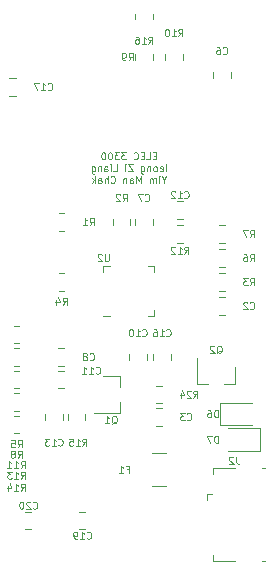
<source format=gbr>
%TF.GenerationSoftware,KiCad,Pcbnew,5.1.9-73d0e3b20d~88~ubuntu20.04.1*%
%TF.CreationDate,2021-03-24T22:28:27+08:00*%
%TF.ProjectId,elec-remote,656c6563-2d72-4656-9d6f-74652e6b6963,rev?*%
%TF.SameCoordinates,Original*%
%TF.FileFunction,Legend,Bot*%
%TF.FilePolarity,Positive*%
%FSLAX46Y46*%
G04 Gerber Fmt 4.6, Leading zero omitted, Abs format (unit mm)*
G04 Created by KiCad (PCBNEW 5.1.9-73d0e3b20d~88~ubuntu20.04.1) date 2021-03-24 22:28:27*
%MOMM*%
%LPD*%
G01*
G04 APERTURE LIST*
%ADD10C,0.100000*%
%ADD11C,0.120000*%
G04 APERTURE END LIST*
D10*
X44224285Y-41375142D02*
X44024285Y-41375142D01*
X43938571Y-41689428D02*
X44224285Y-41689428D01*
X44224285Y-41089428D01*
X43938571Y-41089428D01*
X43395714Y-41689428D02*
X43681428Y-41689428D01*
X43681428Y-41089428D01*
X43195714Y-41375142D02*
X42995714Y-41375142D01*
X42910000Y-41689428D02*
X43195714Y-41689428D01*
X43195714Y-41089428D01*
X42910000Y-41089428D01*
X42310000Y-41632285D02*
X42338571Y-41660857D01*
X42424285Y-41689428D01*
X42481428Y-41689428D01*
X42567142Y-41660857D01*
X42624285Y-41603714D01*
X42652857Y-41546571D01*
X42681428Y-41432285D01*
X42681428Y-41346571D01*
X42652857Y-41232285D01*
X42624285Y-41175142D01*
X42567142Y-41118000D01*
X42481428Y-41089428D01*
X42424285Y-41089428D01*
X42338571Y-41118000D01*
X42310000Y-41146571D01*
X41652857Y-41089428D02*
X41281428Y-41089428D01*
X41481428Y-41318000D01*
X41395714Y-41318000D01*
X41338571Y-41346571D01*
X41310000Y-41375142D01*
X41281428Y-41432285D01*
X41281428Y-41575142D01*
X41310000Y-41632285D01*
X41338571Y-41660857D01*
X41395714Y-41689428D01*
X41567142Y-41689428D01*
X41624285Y-41660857D01*
X41652857Y-41632285D01*
X41081428Y-41089428D02*
X40710000Y-41089428D01*
X40910000Y-41318000D01*
X40824285Y-41318000D01*
X40767142Y-41346571D01*
X40738571Y-41375142D01*
X40710000Y-41432285D01*
X40710000Y-41575142D01*
X40738571Y-41632285D01*
X40767142Y-41660857D01*
X40824285Y-41689428D01*
X40995714Y-41689428D01*
X41052857Y-41660857D01*
X41081428Y-41632285D01*
X40338571Y-41089428D02*
X40281428Y-41089428D01*
X40224285Y-41118000D01*
X40195714Y-41146571D01*
X40167142Y-41203714D01*
X40138571Y-41318000D01*
X40138571Y-41460857D01*
X40167142Y-41575142D01*
X40195714Y-41632285D01*
X40224285Y-41660857D01*
X40281428Y-41689428D01*
X40338571Y-41689428D01*
X40395714Y-41660857D01*
X40424285Y-41632285D01*
X40452857Y-41575142D01*
X40481428Y-41460857D01*
X40481428Y-41318000D01*
X40452857Y-41203714D01*
X40424285Y-41146571D01*
X40395714Y-41118000D01*
X40338571Y-41089428D01*
X39767142Y-41089428D02*
X39710000Y-41089428D01*
X39652857Y-41118000D01*
X39624285Y-41146571D01*
X39595714Y-41203714D01*
X39567142Y-41318000D01*
X39567142Y-41460857D01*
X39595714Y-41575142D01*
X39624285Y-41632285D01*
X39652857Y-41660857D01*
X39710000Y-41689428D01*
X39767142Y-41689428D01*
X39824285Y-41660857D01*
X39852857Y-41632285D01*
X39881428Y-41575142D01*
X39910000Y-41460857D01*
X39910000Y-41318000D01*
X39881428Y-41203714D01*
X39852857Y-41146571D01*
X39824285Y-41118000D01*
X39767142Y-41089428D01*
X45067142Y-42689428D02*
X45067142Y-42089428D01*
X44552857Y-42660857D02*
X44610000Y-42689428D01*
X44724285Y-42689428D01*
X44781428Y-42660857D01*
X44810000Y-42603714D01*
X44810000Y-42375142D01*
X44781428Y-42318000D01*
X44724285Y-42289428D01*
X44610000Y-42289428D01*
X44552857Y-42318000D01*
X44524285Y-42375142D01*
X44524285Y-42432285D01*
X44810000Y-42489428D01*
X44181428Y-42689428D02*
X44238571Y-42660857D01*
X44267142Y-42632285D01*
X44295714Y-42575142D01*
X44295714Y-42403714D01*
X44267142Y-42346571D01*
X44238571Y-42318000D01*
X44181428Y-42289428D01*
X44095714Y-42289428D01*
X44038571Y-42318000D01*
X44010000Y-42346571D01*
X43981428Y-42403714D01*
X43981428Y-42575142D01*
X44010000Y-42632285D01*
X44038571Y-42660857D01*
X44095714Y-42689428D01*
X44181428Y-42689428D01*
X43724285Y-42289428D02*
X43724285Y-42689428D01*
X43724285Y-42346571D02*
X43695714Y-42318000D01*
X43638571Y-42289428D01*
X43552857Y-42289428D01*
X43495714Y-42318000D01*
X43467142Y-42375142D01*
X43467142Y-42689428D01*
X42924285Y-42289428D02*
X42924285Y-42775142D01*
X42952857Y-42832285D01*
X42981428Y-42860857D01*
X43038571Y-42889428D01*
X43124285Y-42889428D01*
X43181428Y-42860857D01*
X42924285Y-42660857D02*
X42981428Y-42689428D01*
X43095714Y-42689428D01*
X43152857Y-42660857D01*
X43181428Y-42632285D01*
X43210000Y-42575142D01*
X43210000Y-42403714D01*
X43181428Y-42346571D01*
X43152857Y-42318000D01*
X43095714Y-42289428D01*
X42981428Y-42289428D01*
X42924285Y-42318000D01*
X42238571Y-42089428D02*
X41838571Y-42089428D01*
X42238571Y-42689428D01*
X41838571Y-42689428D01*
X41610000Y-42689428D02*
X41610000Y-42289428D01*
X41610000Y-42089428D02*
X41638571Y-42118000D01*
X41610000Y-42146571D01*
X41581428Y-42118000D01*
X41610000Y-42089428D01*
X41610000Y-42146571D01*
X40581428Y-42689428D02*
X40867142Y-42689428D01*
X40867142Y-42089428D01*
X40381428Y-42689428D02*
X40381428Y-42289428D01*
X40381428Y-42089428D02*
X40410000Y-42118000D01*
X40381428Y-42146571D01*
X40352857Y-42118000D01*
X40381428Y-42089428D01*
X40381428Y-42146571D01*
X39838571Y-42689428D02*
X39838571Y-42375142D01*
X39867142Y-42318000D01*
X39924285Y-42289428D01*
X40038571Y-42289428D01*
X40095714Y-42318000D01*
X39838571Y-42660857D02*
X39895714Y-42689428D01*
X40038571Y-42689428D01*
X40095714Y-42660857D01*
X40124285Y-42603714D01*
X40124285Y-42546571D01*
X40095714Y-42489428D01*
X40038571Y-42460857D01*
X39895714Y-42460857D01*
X39838571Y-42432285D01*
X39552857Y-42289428D02*
X39552857Y-42689428D01*
X39552857Y-42346571D02*
X39524285Y-42318000D01*
X39467142Y-42289428D01*
X39381428Y-42289428D01*
X39324285Y-42318000D01*
X39295714Y-42375142D01*
X39295714Y-42689428D01*
X38752857Y-42289428D02*
X38752857Y-42775142D01*
X38781428Y-42832285D01*
X38810000Y-42860857D01*
X38867142Y-42889428D01*
X38952857Y-42889428D01*
X39010000Y-42860857D01*
X38752857Y-42660857D02*
X38810000Y-42689428D01*
X38924285Y-42689428D01*
X38981428Y-42660857D01*
X39010000Y-42632285D01*
X39038571Y-42575142D01*
X39038571Y-42403714D01*
X39010000Y-42346571D01*
X38981428Y-42318000D01*
X38924285Y-42289428D01*
X38810000Y-42289428D01*
X38752857Y-42318000D01*
X44881428Y-43403714D02*
X44881428Y-43689428D01*
X45081428Y-43089428D02*
X44881428Y-43403714D01*
X44681428Y-43089428D01*
X44481428Y-43689428D02*
X44481428Y-43289428D01*
X44481428Y-43089428D02*
X44510000Y-43118000D01*
X44481428Y-43146571D01*
X44452857Y-43118000D01*
X44481428Y-43089428D01*
X44481428Y-43146571D01*
X44195714Y-43689428D02*
X44195714Y-43289428D01*
X44195714Y-43346571D02*
X44167142Y-43318000D01*
X44110000Y-43289428D01*
X44024285Y-43289428D01*
X43967142Y-43318000D01*
X43938571Y-43375142D01*
X43938571Y-43689428D01*
X43938571Y-43375142D02*
X43910000Y-43318000D01*
X43852857Y-43289428D01*
X43767142Y-43289428D01*
X43710000Y-43318000D01*
X43681428Y-43375142D01*
X43681428Y-43689428D01*
X42938571Y-43689428D02*
X42938571Y-43089428D01*
X42738571Y-43518000D01*
X42538571Y-43089428D01*
X42538571Y-43689428D01*
X41995714Y-43689428D02*
X41995714Y-43375142D01*
X42024285Y-43318000D01*
X42081428Y-43289428D01*
X42195714Y-43289428D01*
X42252857Y-43318000D01*
X41995714Y-43660857D02*
X42052857Y-43689428D01*
X42195714Y-43689428D01*
X42252857Y-43660857D01*
X42281428Y-43603714D01*
X42281428Y-43546571D01*
X42252857Y-43489428D01*
X42195714Y-43460857D01*
X42052857Y-43460857D01*
X41995714Y-43432285D01*
X41710000Y-43289428D02*
X41710000Y-43689428D01*
X41710000Y-43346571D02*
X41681428Y-43318000D01*
X41624285Y-43289428D01*
X41538571Y-43289428D01*
X41481428Y-43318000D01*
X41452857Y-43375142D01*
X41452857Y-43689428D01*
X40367142Y-43632285D02*
X40395714Y-43660857D01*
X40481428Y-43689428D01*
X40538571Y-43689428D01*
X40624285Y-43660857D01*
X40681428Y-43603714D01*
X40710000Y-43546571D01*
X40738571Y-43432285D01*
X40738571Y-43346571D01*
X40710000Y-43232285D01*
X40681428Y-43175142D01*
X40624285Y-43118000D01*
X40538571Y-43089428D01*
X40481428Y-43089428D01*
X40395714Y-43118000D01*
X40367142Y-43146571D01*
X40110000Y-43689428D02*
X40110000Y-43089428D01*
X39852857Y-43689428D02*
X39852857Y-43375142D01*
X39881428Y-43318000D01*
X39938571Y-43289428D01*
X40024285Y-43289428D01*
X40081428Y-43318000D01*
X40110000Y-43346571D01*
X39310000Y-43689428D02*
X39310000Y-43375142D01*
X39338571Y-43318000D01*
X39395714Y-43289428D01*
X39510000Y-43289428D01*
X39567142Y-43318000D01*
X39310000Y-43660857D02*
X39367142Y-43689428D01*
X39510000Y-43689428D01*
X39567142Y-43660857D01*
X39595714Y-43603714D01*
X39595714Y-43546571D01*
X39567142Y-43489428D01*
X39510000Y-43460857D01*
X39367142Y-43460857D01*
X39310000Y-43432285D01*
X39024285Y-43689428D02*
X39024285Y-43089428D01*
X38967142Y-43460857D02*
X38795714Y-43689428D01*
X38795714Y-43289428D02*
X39024285Y-43518000D01*
D11*
%TO.C,R16*%
X43915000Y-29818064D02*
X43915000Y-29363936D01*
X42445000Y-29818064D02*
X42445000Y-29363936D01*
%TO.C,C17*%
X32326252Y-34825000D02*
X31803748Y-34825000D01*
X32326252Y-36295000D02*
X31803748Y-36295000D01*
%TO.C,C20*%
X33662252Y-71528000D02*
X33139748Y-71528000D01*
X33662252Y-72998000D02*
X33139748Y-72998000D01*
%TO.C,Q2*%
X50856000Y-60704000D02*
X49926000Y-60704000D01*
X47696000Y-60704000D02*
X48626000Y-60704000D01*
X47696000Y-60704000D02*
X47696000Y-58544000D01*
X50856000Y-60704000D02*
X50856000Y-59244000D01*
%TO.C,Q1*%
X41146000Y-60015000D02*
X41146000Y-60945000D01*
X41146000Y-63175000D02*
X41146000Y-62245000D01*
X41146000Y-63175000D02*
X38986000Y-63175000D01*
X41146000Y-60015000D02*
X39686000Y-60015000D01*
%TO.C,U2*%
X44060000Y-54982000D02*
X44060000Y-54457000D01*
X39760000Y-50682000D02*
X39760000Y-51207000D01*
X44060000Y-50682000D02*
X44060000Y-51207000D01*
X39760000Y-54982000D02*
X40285000Y-54982000D01*
X39760000Y-50682000D02*
X40285000Y-50682000D01*
X44060000Y-50682000D02*
X43535000Y-50682000D01*
X44060000Y-54982000D02*
X43535000Y-54982000D01*
%TO.C,R24*%
X44677064Y-60860000D02*
X44222936Y-60860000D01*
X44677064Y-62330000D02*
X44222936Y-62330000D01*
%TO.C,R15*%
X36730000Y-63272936D02*
X36730000Y-63727064D01*
X38200000Y-63272936D02*
X38200000Y-63727064D01*
%TO.C,R14*%
X32612064Y-63400000D02*
X32157936Y-63400000D01*
X32612064Y-64870000D02*
X32157936Y-64870000D01*
%TO.C,R13*%
X32612064Y-61495000D02*
X32157936Y-61495000D01*
X32612064Y-62965000D02*
X32157936Y-62965000D01*
%TO.C,R12*%
X46000936Y-48741000D02*
X46455064Y-48741000D01*
X46000936Y-47271000D02*
X46455064Y-47271000D01*
%TO.C,R11*%
X32157936Y-61060000D02*
X32612064Y-61060000D01*
X32157936Y-59590000D02*
X32612064Y-59590000D01*
%TO.C,R10*%
X46455000Y-33247064D02*
X46455000Y-32792936D01*
X44985000Y-33247064D02*
X44985000Y-32792936D01*
%TO.C,R9*%
X43915000Y-33247064D02*
X43915000Y-32792936D01*
X42445000Y-33247064D02*
X42445000Y-32792936D01*
%TO.C,R8*%
X32157936Y-59155000D02*
X32612064Y-59155000D01*
X32157936Y-57685000D02*
X32612064Y-57685000D01*
%TO.C,R7*%
X50011064Y-47271000D02*
X49556936Y-47271000D01*
X50011064Y-48741000D02*
X49556936Y-48741000D01*
%TO.C,R6*%
X50011064Y-49303000D02*
X49556936Y-49303000D01*
X50011064Y-50773000D02*
X49556936Y-50773000D01*
%TO.C,R5*%
X32157936Y-57250000D02*
X32612064Y-57250000D01*
X32157936Y-55780000D02*
X32612064Y-55780000D01*
%TO.C,R4*%
X35967936Y-52805000D02*
X36422064Y-52805000D01*
X35967936Y-51335000D02*
X36422064Y-51335000D01*
%TO.C,R3*%
X50011064Y-51335000D02*
X49556936Y-51335000D01*
X50011064Y-52805000D02*
X49556936Y-52805000D01*
%TO.C,R2*%
X42010000Y-47217064D02*
X42010000Y-46762936D01*
X40540000Y-47217064D02*
X40540000Y-46762936D01*
%TO.C,R1*%
X35967936Y-47725000D02*
X36422064Y-47725000D01*
X35967936Y-46255000D02*
X36422064Y-46255000D01*
%TO.C,J2*%
X49037500Y-67855000D02*
X49037500Y-68305000D01*
X50887500Y-67855000D02*
X49037500Y-67855000D01*
X53437500Y-75655000D02*
X53187500Y-75655000D01*
X53437500Y-67855000D02*
X53187500Y-67855000D01*
X50887500Y-75655000D02*
X49037500Y-75655000D01*
X49037500Y-75655000D02*
X49037500Y-75205000D01*
X48487500Y-70055000D02*
X48487500Y-70505000D01*
X48487500Y-70055000D02*
X48937500Y-70055000D01*
%TO.C,F1*%
X43847936Y-69305000D02*
X45052064Y-69305000D01*
X43847936Y-66585000D02*
X45052064Y-66585000D01*
%TO.C,D7*%
X50308000Y-64445000D02*
X52993000Y-64445000D01*
X52993000Y-64445000D02*
X52993000Y-66365000D01*
X52993000Y-66365000D02*
X50308000Y-66365000D01*
%TO.C,D6*%
X52308000Y-64206000D02*
X49623000Y-64206000D01*
X49623000Y-64206000D02*
X49623000Y-62286000D01*
X49623000Y-62286000D02*
X52308000Y-62286000D01*
%TO.C,C19*%
X37711748Y-72998000D02*
X38234252Y-72998000D01*
X37711748Y-71528000D02*
X38234252Y-71528000D01*
%TO.C,C16*%
X45439000Y-58681252D02*
X45439000Y-58158748D01*
X43969000Y-58681252D02*
X43969000Y-58158748D01*
%TO.C,C13*%
X36295000Y-63761252D02*
X36295000Y-63238748D01*
X34825000Y-63761252D02*
X34825000Y-63238748D01*
%TO.C,C12*%
X46489252Y-45239000D02*
X45966748Y-45239000D01*
X46489252Y-46709000D02*
X45966748Y-46709000D01*
%TO.C,C11*%
X35933748Y-61060000D02*
X36456252Y-61060000D01*
X35933748Y-59590000D02*
X36456252Y-59590000D01*
%TO.C,C10*%
X43407000Y-58681252D02*
X43407000Y-58158748D01*
X41937000Y-58681252D02*
X41937000Y-58158748D01*
%TO.C,C8*%
X36456252Y-57685000D02*
X35933748Y-57685000D01*
X36456252Y-59155000D02*
X35933748Y-59155000D01*
%TO.C,C7*%
X42445000Y-46728748D02*
X42445000Y-47251252D01*
X43915000Y-46728748D02*
X43915000Y-47251252D01*
%TO.C,C6*%
X49049000Y-34282748D02*
X49049000Y-34805252D01*
X50519000Y-34282748D02*
X50519000Y-34805252D01*
%TO.C,C3*%
X44711252Y-62765000D02*
X44188748Y-62765000D01*
X44711252Y-64235000D02*
X44188748Y-64235000D01*
%TO.C,C2*%
X49522748Y-54837000D02*
X50045252Y-54837000D01*
X49522748Y-53367000D02*
X50045252Y-53367000D01*
%TO.C,R16*%
D10*
X43565714Y-31894428D02*
X43765714Y-31608714D01*
X43908571Y-31894428D02*
X43908571Y-31294428D01*
X43680000Y-31294428D01*
X43622857Y-31323000D01*
X43594285Y-31351571D01*
X43565714Y-31408714D01*
X43565714Y-31494428D01*
X43594285Y-31551571D01*
X43622857Y-31580142D01*
X43680000Y-31608714D01*
X43908571Y-31608714D01*
X42994285Y-31894428D02*
X43337142Y-31894428D01*
X43165714Y-31894428D02*
X43165714Y-31294428D01*
X43222857Y-31380142D01*
X43280000Y-31437285D01*
X43337142Y-31465857D01*
X42480000Y-31294428D02*
X42594285Y-31294428D01*
X42651428Y-31323000D01*
X42680000Y-31351571D01*
X42737142Y-31437285D01*
X42765714Y-31551571D01*
X42765714Y-31780142D01*
X42737142Y-31837285D01*
X42708571Y-31865857D01*
X42651428Y-31894428D01*
X42537142Y-31894428D01*
X42480000Y-31865857D01*
X42451428Y-31837285D01*
X42422857Y-31780142D01*
X42422857Y-31637285D01*
X42451428Y-31580142D01*
X42480000Y-31551571D01*
X42537142Y-31523000D01*
X42651428Y-31523000D01*
X42708571Y-31551571D01*
X42737142Y-31580142D01*
X42765714Y-31637285D01*
%TO.C,C17*%
X35056714Y-35774285D02*
X35085285Y-35802857D01*
X35171000Y-35831428D01*
X35228142Y-35831428D01*
X35313857Y-35802857D01*
X35371000Y-35745714D01*
X35399571Y-35688571D01*
X35428142Y-35574285D01*
X35428142Y-35488571D01*
X35399571Y-35374285D01*
X35371000Y-35317142D01*
X35313857Y-35260000D01*
X35228142Y-35231428D01*
X35171000Y-35231428D01*
X35085285Y-35260000D01*
X35056714Y-35288571D01*
X34485285Y-35831428D02*
X34828142Y-35831428D01*
X34656714Y-35831428D02*
X34656714Y-35231428D01*
X34713857Y-35317142D01*
X34771000Y-35374285D01*
X34828142Y-35402857D01*
X34285285Y-35231428D02*
X33885285Y-35231428D01*
X34142428Y-35831428D01*
%TO.C,C20*%
X33786714Y-71207285D02*
X33815285Y-71235857D01*
X33901000Y-71264428D01*
X33958142Y-71264428D01*
X34043857Y-71235857D01*
X34101000Y-71178714D01*
X34129571Y-71121571D01*
X34158142Y-71007285D01*
X34158142Y-70921571D01*
X34129571Y-70807285D01*
X34101000Y-70750142D01*
X34043857Y-70693000D01*
X33958142Y-70664428D01*
X33901000Y-70664428D01*
X33815285Y-70693000D01*
X33786714Y-70721571D01*
X33558142Y-70721571D02*
X33529571Y-70693000D01*
X33472428Y-70664428D01*
X33329571Y-70664428D01*
X33272428Y-70693000D01*
X33243857Y-70721571D01*
X33215285Y-70778714D01*
X33215285Y-70835857D01*
X33243857Y-70921571D01*
X33586714Y-71264428D01*
X33215285Y-71264428D01*
X32843857Y-70664428D02*
X32786714Y-70664428D01*
X32729571Y-70693000D01*
X32701000Y-70721571D01*
X32672428Y-70778714D01*
X32643857Y-70893000D01*
X32643857Y-71035857D01*
X32672428Y-71150142D01*
X32701000Y-71207285D01*
X32729571Y-71235857D01*
X32786714Y-71264428D01*
X32843857Y-71264428D01*
X32901000Y-71235857D01*
X32929571Y-71207285D01*
X32958142Y-71150142D01*
X32986714Y-71035857D01*
X32986714Y-70893000D01*
X32958142Y-70778714D01*
X32929571Y-70721571D01*
X32901000Y-70693000D01*
X32843857Y-70664428D01*
%TO.C,Q2*%
X49333142Y-58113571D02*
X49390285Y-58085000D01*
X49447428Y-58027857D01*
X49533142Y-57942142D01*
X49590285Y-57913571D01*
X49647428Y-57913571D01*
X49618857Y-58056428D02*
X49676000Y-58027857D01*
X49733142Y-57970714D01*
X49761714Y-57856428D01*
X49761714Y-57656428D01*
X49733142Y-57542142D01*
X49676000Y-57485000D01*
X49618857Y-57456428D01*
X49504571Y-57456428D01*
X49447428Y-57485000D01*
X49390285Y-57542142D01*
X49361714Y-57656428D01*
X49361714Y-57856428D01*
X49390285Y-57970714D01*
X49447428Y-58027857D01*
X49504571Y-58056428D01*
X49618857Y-58056428D01*
X49133142Y-57513571D02*
X49104571Y-57485000D01*
X49047428Y-57456428D01*
X48904571Y-57456428D01*
X48847428Y-57485000D01*
X48818857Y-57513571D01*
X48790285Y-57570714D01*
X48790285Y-57627857D01*
X48818857Y-57713571D01*
X49161714Y-58056428D01*
X48790285Y-58056428D01*
%TO.C,Q1*%
X40443142Y-64082571D02*
X40500285Y-64054000D01*
X40557428Y-63996857D01*
X40643142Y-63911142D01*
X40700285Y-63882571D01*
X40757428Y-63882571D01*
X40728857Y-64025428D02*
X40786000Y-63996857D01*
X40843142Y-63939714D01*
X40871714Y-63825428D01*
X40871714Y-63625428D01*
X40843142Y-63511142D01*
X40786000Y-63454000D01*
X40728857Y-63425428D01*
X40614571Y-63425428D01*
X40557428Y-63454000D01*
X40500285Y-63511142D01*
X40471714Y-63625428D01*
X40471714Y-63825428D01*
X40500285Y-63939714D01*
X40557428Y-63996857D01*
X40614571Y-64025428D01*
X40728857Y-64025428D01*
X39900285Y-64025428D02*
X40243142Y-64025428D01*
X40071714Y-64025428D02*
X40071714Y-63425428D01*
X40128857Y-63511142D01*
X40186000Y-63568285D01*
X40243142Y-63596857D01*
%TO.C,U2*%
X40208142Y-49709428D02*
X40208142Y-50195142D01*
X40179571Y-50252285D01*
X40151000Y-50280857D01*
X40093857Y-50309428D01*
X39979571Y-50309428D01*
X39922428Y-50280857D01*
X39893857Y-50252285D01*
X39865285Y-50195142D01*
X39865285Y-49709428D01*
X39608142Y-49766571D02*
X39579571Y-49738000D01*
X39522428Y-49709428D01*
X39379571Y-49709428D01*
X39322428Y-49738000D01*
X39293857Y-49766571D01*
X39265285Y-49823714D01*
X39265285Y-49880857D01*
X39293857Y-49966571D01*
X39636714Y-50309428D01*
X39265285Y-50309428D01*
%TO.C,R24*%
X47375714Y-61866428D02*
X47575714Y-61580714D01*
X47718571Y-61866428D02*
X47718571Y-61266428D01*
X47490000Y-61266428D01*
X47432857Y-61295000D01*
X47404285Y-61323571D01*
X47375714Y-61380714D01*
X47375714Y-61466428D01*
X47404285Y-61523571D01*
X47432857Y-61552142D01*
X47490000Y-61580714D01*
X47718571Y-61580714D01*
X47147142Y-61323571D02*
X47118571Y-61295000D01*
X47061428Y-61266428D01*
X46918571Y-61266428D01*
X46861428Y-61295000D01*
X46832857Y-61323571D01*
X46804285Y-61380714D01*
X46804285Y-61437857D01*
X46832857Y-61523571D01*
X47175714Y-61866428D01*
X46804285Y-61866428D01*
X46290000Y-61466428D02*
X46290000Y-61866428D01*
X46432857Y-61237857D02*
X46575714Y-61666428D01*
X46204285Y-61666428D01*
%TO.C,R15*%
X37977714Y-65930428D02*
X38177714Y-65644714D01*
X38320571Y-65930428D02*
X38320571Y-65330428D01*
X38092000Y-65330428D01*
X38034857Y-65359000D01*
X38006285Y-65387571D01*
X37977714Y-65444714D01*
X37977714Y-65530428D01*
X38006285Y-65587571D01*
X38034857Y-65616142D01*
X38092000Y-65644714D01*
X38320571Y-65644714D01*
X37406285Y-65930428D02*
X37749142Y-65930428D01*
X37577714Y-65930428D02*
X37577714Y-65330428D01*
X37634857Y-65416142D01*
X37692000Y-65473285D01*
X37749142Y-65501857D01*
X36863428Y-65330428D02*
X37149142Y-65330428D01*
X37177714Y-65616142D01*
X37149142Y-65587571D01*
X37092000Y-65559000D01*
X36949142Y-65559000D01*
X36892000Y-65587571D01*
X36863428Y-65616142D01*
X36834857Y-65673285D01*
X36834857Y-65816142D01*
X36863428Y-65873285D01*
X36892000Y-65901857D01*
X36949142Y-65930428D01*
X37092000Y-65930428D01*
X37149142Y-65901857D01*
X37177714Y-65873285D01*
%TO.C,R14*%
X32770714Y-69740428D02*
X32970714Y-69454714D01*
X33113571Y-69740428D02*
X33113571Y-69140428D01*
X32885000Y-69140428D01*
X32827857Y-69169000D01*
X32799285Y-69197571D01*
X32770714Y-69254714D01*
X32770714Y-69340428D01*
X32799285Y-69397571D01*
X32827857Y-69426142D01*
X32885000Y-69454714D01*
X33113571Y-69454714D01*
X32199285Y-69740428D02*
X32542142Y-69740428D01*
X32370714Y-69740428D02*
X32370714Y-69140428D01*
X32427857Y-69226142D01*
X32485000Y-69283285D01*
X32542142Y-69311857D01*
X31685000Y-69340428D02*
X31685000Y-69740428D01*
X31827857Y-69111857D02*
X31970714Y-69540428D01*
X31599285Y-69540428D01*
%TO.C,R13*%
X32770714Y-68724428D02*
X32970714Y-68438714D01*
X33113571Y-68724428D02*
X33113571Y-68124428D01*
X32885000Y-68124428D01*
X32827857Y-68153000D01*
X32799285Y-68181571D01*
X32770714Y-68238714D01*
X32770714Y-68324428D01*
X32799285Y-68381571D01*
X32827857Y-68410142D01*
X32885000Y-68438714D01*
X33113571Y-68438714D01*
X32199285Y-68724428D02*
X32542142Y-68724428D01*
X32370714Y-68724428D02*
X32370714Y-68124428D01*
X32427857Y-68210142D01*
X32485000Y-68267285D01*
X32542142Y-68295857D01*
X31999285Y-68124428D02*
X31627857Y-68124428D01*
X31827857Y-68353000D01*
X31742142Y-68353000D01*
X31685000Y-68381571D01*
X31656428Y-68410142D01*
X31627857Y-68467285D01*
X31627857Y-68610142D01*
X31656428Y-68667285D01*
X31685000Y-68695857D01*
X31742142Y-68724428D01*
X31913571Y-68724428D01*
X31970714Y-68695857D01*
X31999285Y-68667285D01*
%TO.C,R12*%
X46613714Y-49674428D02*
X46813714Y-49388714D01*
X46956571Y-49674428D02*
X46956571Y-49074428D01*
X46728000Y-49074428D01*
X46670857Y-49103000D01*
X46642285Y-49131571D01*
X46613714Y-49188714D01*
X46613714Y-49274428D01*
X46642285Y-49331571D01*
X46670857Y-49360142D01*
X46728000Y-49388714D01*
X46956571Y-49388714D01*
X46042285Y-49674428D02*
X46385142Y-49674428D01*
X46213714Y-49674428D02*
X46213714Y-49074428D01*
X46270857Y-49160142D01*
X46328000Y-49217285D01*
X46385142Y-49245857D01*
X45813714Y-49131571D02*
X45785142Y-49103000D01*
X45728000Y-49074428D01*
X45585142Y-49074428D01*
X45528000Y-49103000D01*
X45499428Y-49131571D01*
X45470857Y-49188714D01*
X45470857Y-49245857D01*
X45499428Y-49331571D01*
X45842285Y-49674428D01*
X45470857Y-49674428D01*
%TO.C,R11*%
X32770714Y-67835428D02*
X32970714Y-67549714D01*
X33113571Y-67835428D02*
X33113571Y-67235428D01*
X32885000Y-67235428D01*
X32827857Y-67264000D01*
X32799285Y-67292571D01*
X32770714Y-67349714D01*
X32770714Y-67435428D01*
X32799285Y-67492571D01*
X32827857Y-67521142D01*
X32885000Y-67549714D01*
X33113571Y-67549714D01*
X32199285Y-67835428D02*
X32542142Y-67835428D01*
X32370714Y-67835428D02*
X32370714Y-67235428D01*
X32427857Y-67321142D01*
X32485000Y-67378285D01*
X32542142Y-67406857D01*
X31627857Y-67835428D02*
X31970714Y-67835428D01*
X31799285Y-67835428D02*
X31799285Y-67235428D01*
X31856428Y-67321142D01*
X31913571Y-67378285D01*
X31970714Y-67406857D01*
%TO.C,R10*%
X46105714Y-31259428D02*
X46305714Y-30973714D01*
X46448571Y-31259428D02*
X46448571Y-30659428D01*
X46220000Y-30659428D01*
X46162857Y-30688000D01*
X46134285Y-30716571D01*
X46105714Y-30773714D01*
X46105714Y-30859428D01*
X46134285Y-30916571D01*
X46162857Y-30945142D01*
X46220000Y-30973714D01*
X46448571Y-30973714D01*
X45534285Y-31259428D02*
X45877142Y-31259428D01*
X45705714Y-31259428D02*
X45705714Y-30659428D01*
X45762857Y-30745142D01*
X45820000Y-30802285D01*
X45877142Y-30830857D01*
X45162857Y-30659428D02*
X45105714Y-30659428D01*
X45048571Y-30688000D01*
X45020000Y-30716571D01*
X44991428Y-30773714D01*
X44962857Y-30888000D01*
X44962857Y-31030857D01*
X44991428Y-31145142D01*
X45020000Y-31202285D01*
X45048571Y-31230857D01*
X45105714Y-31259428D01*
X45162857Y-31259428D01*
X45220000Y-31230857D01*
X45248571Y-31202285D01*
X45277142Y-31145142D01*
X45305714Y-31030857D01*
X45305714Y-30888000D01*
X45277142Y-30773714D01*
X45248571Y-30716571D01*
X45220000Y-30688000D01*
X45162857Y-30659428D01*
%TO.C,R9*%
X41883000Y-33291428D02*
X42083000Y-33005714D01*
X42225857Y-33291428D02*
X42225857Y-32691428D01*
X41997285Y-32691428D01*
X41940142Y-32720000D01*
X41911571Y-32748571D01*
X41883000Y-32805714D01*
X41883000Y-32891428D01*
X41911571Y-32948571D01*
X41940142Y-32977142D01*
X41997285Y-33005714D01*
X42225857Y-33005714D01*
X41597285Y-33291428D02*
X41483000Y-33291428D01*
X41425857Y-33262857D01*
X41397285Y-33234285D01*
X41340142Y-33148571D01*
X41311571Y-33034285D01*
X41311571Y-32805714D01*
X41340142Y-32748571D01*
X41368714Y-32720000D01*
X41425857Y-32691428D01*
X41540142Y-32691428D01*
X41597285Y-32720000D01*
X41625857Y-32748571D01*
X41654428Y-32805714D01*
X41654428Y-32948571D01*
X41625857Y-33005714D01*
X41597285Y-33034285D01*
X41540142Y-33062857D01*
X41425857Y-33062857D01*
X41368714Y-33034285D01*
X41340142Y-33005714D01*
X41311571Y-32948571D01*
%TO.C,R8*%
X32485000Y-66946428D02*
X32685000Y-66660714D01*
X32827857Y-66946428D02*
X32827857Y-66346428D01*
X32599285Y-66346428D01*
X32542142Y-66375000D01*
X32513571Y-66403571D01*
X32485000Y-66460714D01*
X32485000Y-66546428D01*
X32513571Y-66603571D01*
X32542142Y-66632142D01*
X32599285Y-66660714D01*
X32827857Y-66660714D01*
X32142142Y-66603571D02*
X32199285Y-66575000D01*
X32227857Y-66546428D01*
X32256428Y-66489285D01*
X32256428Y-66460714D01*
X32227857Y-66403571D01*
X32199285Y-66375000D01*
X32142142Y-66346428D01*
X32027857Y-66346428D01*
X31970714Y-66375000D01*
X31942142Y-66403571D01*
X31913571Y-66460714D01*
X31913571Y-66489285D01*
X31942142Y-66546428D01*
X31970714Y-66575000D01*
X32027857Y-66603571D01*
X32142142Y-66603571D01*
X32199285Y-66632142D01*
X32227857Y-66660714D01*
X32256428Y-66717857D01*
X32256428Y-66832142D01*
X32227857Y-66889285D01*
X32199285Y-66917857D01*
X32142142Y-66946428D01*
X32027857Y-66946428D01*
X31970714Y-66917857D01*
X31942142Y-66889285D01*
X31913571Y-66832142D01*
X31913571Y-66717857D01*
X31942142Y-66660714D01*
X31970714Y-66632142D01*
X32027857Y-66603571D01*
%TO.C,R7*%
X52170000Y-48277428D02*
X52370000Y-47991714D01*
X52512857Y-48277428D02*
X52512857Y-47677428D01*
X52284285Y-47677428D01*
X52227142Y-47706000D01*
X52198571Y-47734571D01*
X52170000Y-47791714D01*
X52170000Y-47877428D01*
X52198571Y-47934571D01*
X52227142Y-47963142D01*
X52284285Y-47991714D01*
X52512857Y-47991714D01*
X51970000Y-47677428D02*
X51570000Y-47677428D01*
X51827142Y-48277428D01*
%TO.C,R6*%
X52170000Y-50309428D02*
X52370000Y-50023714D01*
X52512857Y-50309428D02*
X52512857Y-49709428D01*
X52284285Y-49709428D01*
X52227142Y-49738000D01*
X52198571Y-49766571D01*
X52170000Y-49823714D01*
X52170000Y-49909428D01*
X52198571Y-49966571D01*
X52227142Y-49995142D01*
X52284285Y-50023714D01*
X52512857Y-50023714D01*
X51655714Y-49709428D02*
X51770000Y-49709428D01*
X51827142Y-49738000D01*
X51855714Y-49766571D01*
X51912857Y-49852285D01*
X51941428Y-49966571D01*
X51941428Y-50195142D01*
X51912857Y-50252285D01*
X51884285Y-50280857D01*
X51827142Y-50309428D01*
X51712857Y-50309428D01*
X51655714Y-50280857D01*
X51627142Y-50252285D01*
X51598571Y-50195142D01*
X51598571Y-50052285D01*
X51627142Y-49995142D01*
X51655714Y-49966571D01*
X51712857Y-49938000D01*
X51827142Y-49938000D01*
X51884285Y-49966571D01*
X51912857Y-49995142D01*
X51941428Y-50052285D01*
%TO.C,R5*%
X32485000Y-66057428D02*
X32685000Y-65771714D01*
X32827857Y-66057428D02*
X32827857Y-65457428D01*
X32599285Y-65457428D01*
X32542142Y-65486000D01*
X32513571Y-65514571D01*
X32485000Y-65571714D01*
X32485000Y-65657428D01*
X32513571Y-65714571D01*
X32542142Y-65743142D01*
X32599285Y-65771714D01*
X32827857Y-65771714D01*
X31942142Y-65457428D02*
X32227857Y-65457428D01*
X32256428Y-65743142D01*
X32227857Y-65714571D01*
X32170714Y-65686000D01*
X32027857Y-65686000D01*
X31970714Y-65714571D01*
X31942142Y-65743142D01*
X31913571Y-65800285D01*
X31913571Y-65943142D01*
X31942142Y-66000285D01*
X31970714Y-66028857D01*
X32027857Y-66057428D01*
X32170714Y-66057428D01*
X32227857Y-66028857D01*
X32256428Y-66000285D01*
%TO.C,R4*%
X36295000Y-53991428D02*
X36495000Y-53705714D01*
X36637857Y-53991428D02*
X36637857Y-53391428D01*
X36409285Y-53391428D01*
X36352142Y-53420000D01*
X36323571Y-53448571D01*
X36295000Y-53505714D01*
X36295000Y-53591428D01*
X36323571Y-53648571D01*
X36352142Y-53677142D01*
X36409285Y-53705714D01*
X36637857Y-53705714D01*
X35780714Y-53591428D02*
X35780714Y-53991428D01*
X35923571Y-53362857D02*
X36066428Y-53791428D01*
X35695000Y-53791428D01*
%TO.C,R3*%
X52170000Y-52341428D02*
X52370000Y-52055714D01*
X52512857Y-52341428D02*
X52512857Y-51741428D01*
X52284285Y-51741428D01*
X52227142Y-51770000D01*
X52198571Y-51798571D01*
X52170000Y-51855714D01*
X52170000Y-51941428D01*
X52198571Y-51998571D01*
X52227142Y-52027142D01*
X52284285Y-52055714D01*
X52512857Y-52055714D01*
X51970000Y-51741428D02*
X51598571Y-51741428D01*
X51798571Y-51970000D01*
X51712857Y-51970000D01*
X51655714Y-51998571D01*
X51627142Y-52027142D01*
X51598571Y-52084285D01*
X51598571Y-52227142D01*
X51627142Y-52284285D01*
X51655714Y-52312857D01*
X51712857Y-52341428D01*
X51884285Y-52341428D01*
X51941428Y-52312857D01*
X51970000Y-52284285D01*
%TO.C,R2*%
X41375000Y-45229428D02*
X41575000Y-44943714D01*
X41717857Y-45229428D02*
X41717857Y-44629428D01*
X41489285Y-44629428D01*
X41432142Y-44658000D01*
X41403571Y-44686571D01*
X41375000Y-44743714D01*
X41375000Y-44829428D01*
X41403571Y-44886571D01*
X41432142Y-44915142D01*
X41489285Y-44943714D01*
X41717857Y-44943714D01*
X41146428Y-44686571D02*
X41117857Y-44658000D01*
X41060714Y-44629428D01*
X40917857Y-44629428D01*
X40860714Y-44658000D01*
X40832142Y-44686571D01*
X40803571Y-44743714D01*
X40803571Y-44800857D01*
X40832142Y-44886571D01*
X41175000Y-45229428D01*
X40803571Y-45229428D01*
%TO.C,R1*%
X38581000Y-47261428D02*
X38781000Y-46975714D01*
X38923857Y-47261428D02*
X38923857Y-46661428D01*
X38695285Y-46661428D01*
X38638142Y-46690000D01*
X38609571Y-46718571D01*
X38581000Y-46775714D01*
X38581000Y-46861428D01*
X38609571Y-46918571D01*
X38638142Y-46947142D01*
X38695285Y-46975714D01*
X38923857Y-46975714D01*
X38009571Y-47261428D02*
X38352428Y-47261428D01*
X38181000Y-47261428D02*
X38181000Y-46661428D01*
X38238142Y-46747142D01*
X38295285Y-46804285D01*
X38352428Y-46832857D01*
%TO.C,J2*%
X51000000Y-66854428D02*
X51000000Y-67283000D01*
X51028571Y-67368714D01*
X51085714Y-67425857D01*
X51171428Y-67454428D01*
X51228571Y-67454428D01*
X50742857Y-66911571D02*
X50714285Y-66883000D01*
X50657142Y-66854428D01*
X50514285Y-66854428D01*
X50457142Y-66883000D01*
X50428571Y-66911571D01*
X50400000Y-66968714D01*
X50400000Y-67025857D01*
X50428571Y-67111571D01*
X50771428Y-67454428D01*
X50400000Y-67454428D01*
%TO.C,F1*%
X41729000Y-67902142D02*
X41929000Y-67902142D01*
X41929000Y-68216428D02*
X41929000Y-67616428D01*
X41643285Y-67616428D01*
X41100428Y-68216428D02*
X41443285Y-68216428D01*
X41271857Y-68216428D02*
X41271857Y-67616428D01*
X41329000Y-67702142D01*
X41386142Y-67759285D01*
X41443285Y-67787857D01*
%TO.C,D7*%
X49464857Y-65676428D02*
X49464857Y-65076428D01*
X49322000Y-65076428D01*
X49236285Y-65105000D01*
X49179142Y-65162142D01*
X49150571Y-65219285D01*
X49122000Y-65333571D01*
X49122000Y-65419285D01*
X49150571Y-65533571D01*
X49179142Y-65590714D01*
X49236285Y-65647857D01*
X49322000Y-65676428D01*
X49464857Y-65676428D01*
X48922000Y-65076428D02*
X48522000Y-65076428D01*
X48779142Y-65676428D01*
%TO.C,D6*%
X49464857Y-63517428D02*
X49464857Y-62917428D01*
X49322000Y-62917428D01*
X49236285Y-62946000D01*
X49179142Y-63003142D01*
X49150571Y-63060285D01*
X49122000Y-63174571D01*
X49122000Y-63260285D01*
X49150571Y-63374571D01*
X49179142Y-63431714D01*
X49236285Y-63488857D01*
X49322000Y-63517428D01*
X49464857Y-63517428D01*
X48607714Y-62917428D02*
X48722000Y-62917428D01*
X48779142Y-62946000D01*
X48807714Y-62974571D01*
X48864857Y-63060285D01*
X48893428Y-63174571D01*
X48893428Y-63403142D01*
X48864857Y-63460285D01*
X48836285Y-63488857D01*
X48779142Y-63517428D01*
X48664857Y-63517428D01*
X48607714Y-63488857D01*
X48579142Y-63460285D01*
X48550571Y-63403142D01*
X48550571Y-63260285D01*
X48579142Y-63203142D01*
X48607714Y-63174571D01*
X48664857Y-63146000D01*
X48779142Y-63146000D01*
X48836285Y-63174571D01*
X48864857Y-63203142D01*
X48893428Y-63260285D01*
%TO.C,C19*%
X38358714Y-73747285D02*
X38387285Y-73775857D01*
X38473000Y-73804428D01*
X38530142Y-73804428D01*
X38615857Y-73775857D01*
X38673000Y-73718714D01*
X38701571Y-73661571D01*
X38730142Y-73547285D01*
X38730142Y-73461571D01*
X38701571Y-73347285D01*
X38673000Y-73290142D01*
X38615857Y-73233000D01*
X38530142Y-73204428D01*
X38473000Y-73204428D01*
X38387285Y-73233000D01*
X38358714Y-73261571D01*
X37787285Y-73804428D02*
X38130142Y-73804428D01*
X37958714Y-73804428D02*
X37958714Y-73204428D01*
X38015857Y-73290142D01*
X38073000Y-73347285D01*
X38130142Y-73375857D01*
X37501571Y-73804428D02*
X37387285Y-73804428D01*
X37330142Y-73775857D01*
X37301571Y-73747285D01*
X37244428Y-73661571D01*
X37215857Y-73547285D01*
X37215857Y-73318714D01*
X37244428Y-73261571D01*
X37273000Y-73233000D01*
X37330142Y-73204428D01*
X37444428Y-73204428D01*
X37501571Y-73233000D01*
X37530142Y-73261571D01*
X37558714Y-73318714D01*
X37558714Y-73461571D01*
X37530142Y-73518714D01*
X37501571Y-73547285D01*
X37444428Y-73575857D01*
X37330142Y-73575857D01*
X37273000Y-73547285D01*
X37244428Y-73518714D01*
X37215857Y-73461571D01*
%TO.C,C16*%
X45089714Y-56602285D02*
X45118285Y-56630857D01*
X45204000Y-56659428D01*
X45261142Y-56659428D01*
X45346857Y-56630857D01*
X45404000Y-56573714D01*
X45432571Y-56516571D01*
X45461142Y-56402285D01*
X45461142Y-56316571D01*
X45432571Y-56202285D01*
X45404000Y-56145142D01*
X45346857Y-56088000D01*
X45261142Y-56059428D01*
X45204000Y-56059428D01*
X45118285Y-56088000D01*
X45089714Y-56116571D01*
X44518285Y-56659428D02*
X44861142Y-56659428D01*
X44689714Y-56659428D02*
X44689714Y-56059428D01*
X44746857Y-56145142D01*
X44804000Y-56202285D01*
X44861142Y-56230857D01*
X44004000Y-56059428D02*
X44118285Y-56059428D01*
X44175428Y-56088000D01*
X44204000Y-56116571D01*
X44261142Y-56202285D01*
X44289714Y-56316571D01*
X44289714Y-56545142D01*
X44261142Y-56602285D01*
X44232571Y-56630857D01*
X44175428Y-56659428D01*
X44061142Y-56659428D01*
X44004000Y-56630857D01*
X43975428Y-56602285D01*
X43946857Y-56545142D01*
X43946857Y-56402285D01*
X43975428Y-56345142D01*
X44004000Y-56316571D01*
X44061142Y-56288000D01*
X44175428Y-56288000D01*
X44232571Y-56316571D01*
X44261142Y-56345142D01*
X44289714Y-56402285D01*
%TO.C,C13*%
X35945714Y-65873285D02*
X35974285Y-65901857D01*
X36060000Y-65930428D01*
X36117142Y-65930428D01*
X36202857Y-65901857D01*
X36260000Y-65844714D01*
X36288571Y-65787571D01*
X36317142Y-65673285D01*
X36317142Y-65587571D01*
X36288571Y-65473285D01*
X36260000Y-65416142D01*
X36202857Y-65359000D01*
X36117142Y-65330428D01*
X36060000Y-65330428D01*
X35974285Y-65359000D01*
X35945714Y-65387571D01*
X35374285Y-65930428D02*
X35717142Y-65930428D01*
X35545714Y-65930428D02*
X35545714Y-65330428D01*
X35602857Y-65416142D01*
X35660000Y-65473285D01*
X35717142Y-65501857D01*
X35174285Y-65330428D02*
X34802857Y-65330428D01*
X35002857Y-65559000D01*
X34917142Y-65559000D01*
X34860000Y-65587571D01*
X34831428Y-65616142D01*
X34802857Y-65673285D01*
X34802857Y-65816142D01*
X34831428Y-65873285D01*
X34860000Y-65901857D01*
X34917142Y-65930428D01*
X35088571Y-65930428D01*
X35145714Y-65901857D01*
X35174285Y-65873285D01*
%TO.C,C12*%
X46613714Y-44918285D02*
X46642285Y-44946857D01*
X46728000Y-44975428D01*
X46785142Y-44975428D01*
X46870857Y-44946857D01*
X46928000Y-44889714D01*
X46956571Y-44832571D01*
X46985142Y-44718285D01*
X46985142Y-44632571D01*
X46956571Y-44518285D01*
X46928000Y-44461142D01*
X46870857Y-44404000D01*
X46785142Y-44375428D01*
X46728000Y-44375428D01*
X46642285Y-44404000D01*
X46613714Y-44432571D01*
X46042285Y-44975428D02*
X46385142Y-44975428D01*
X46213714Y-44975428D02*
X46213714Y-44375428D01*
X46270857Y-44461142D01*
X46328000Y-44518285D01*
X46385142Y-44546857D01*
X45813714Y-44432571D02*
X45785142Y-44404000D01*
X45728000Y-44375428D01*
X45585142Y-44375428D01*
X45528000Y-44404000D01*
X45499428Y-44432571D01*
X45470857Y-44489714D01*
X45470857Y-44546857D01*
X45499428Y-44632571D01*
X45842285Y-44975428D01*
X45470857Y-44975428D01*
%TO.C,C11*%
X39120714Y-59777285D02*
X39149285Y-59805857D01*
X39235000Y-59834428D01*
X39292142Y-59834428D01*
X39377857Y-59805857D01*
X39435000Y-59748714D01*
X39463571Y-59691571D01*
X39492142Y-59577285D01*
X39492142Y-59491571D01*
X39463571Y-59377285D01*
X39435000Y-59320142D01*
X39377857Y-59263000D01*
X39292142Y-59234428D01*
X39235000Y-59234428D01*
X39149285Y-59263000D01*
X39120714Y-59291571D01*
X38549285Y-59834428D02*
X38892142Y-59834428D01*
X38720714Y-59834428D02*
X38720714Y-59234428D01*
X38777857Y-59320142D01*
X38835000Y-59377285D01*
X38892142Y-59405857D01*
X37977857Y-59834428D02*
X38320714Y-59834428D01*
X38149285Y-59834428D02*
X38149285Y-59234428D01*
X38206428Y-59320142D01*
X38263571Y-59377285D01*
X38320714Y-59405857D01*
%TO.C,C10*%
X43057714Y-56602285D02*
X43086285Y-56630857D01*
X43172000Y-56659428D01*
X43229142Y-56659428D01*
X43314857Y-56630857D01*
X43372000Y-56573714D01*
X43400571Y-56516571D01*
X43429142Y-56402285D01*
X43429142Y-56316571D01*
X43400571Y-56202285D01*
X43372000Y-56145142D01*
X43314857Y-56088000D01*
X43229142Y-56059428D01*
X43172000Y-56059428D01*
X43086285Y-56088000D01*
X43057714Y-56116571D01*
X42486285Y-56659428D02*
X42829142Y-56659428D01*
X42657714Y-56659428D02*
X42657714Y-56059428D01*
X42714857Y-56145142D01*
X42772000Y-56202285D01*
X42829142Y-56230857D01*
X42114857Y-56059428D02*
X42057714Y-56059428D01*
X42000571Y-56088000D01*
X41972000Y-56116571D01*
X41943428Y-56173714D01*
X41914857Y-56288000D01*
X41914857Y-56430857D01*
X41943428Y-56545142D01*
X41972000Y-56602285D01*
X42000571Y-56630857D01*
X42057714Y-56659428D01*
X42114857Y-56659428D01*
X42172000Y-56630857D01*
X42200571Y-56602285D01*
X42229142Y-56545142D01*
X42257714Y-56430857D01*
X42257714Y-56288000D01*
X42229142Y-56173714D01*
X42200571Y-56116571D01*
X42172000Y-56088000D01*
X42114857Y-56059428D01*
%TO.C,C8*%
X38581000Y-58634285D02*
X38609571Y-58662857D01*
X38695285Y-58691428D01*
X38752428Y-58691428D01*
X38838142Y-58662857D01*
X38895285Y-58605714D01*
X38923857Y-58548571D01*
X38952428Y-58434285D01*
X38952428Y-58348571D01*
X38923857Y-58234285D01*
X38895285Y-58177142D01*
X38838142Y-58120000D01*
X38752428Y-58091428D01*
X38695285Y-58091428D01*
X38609571Y-58120000D01*
X38581000Y-58148571D01*
X38238142Y-58348571D02*
X38295285Y-58320000D01*
X38323857Y-58291428D01*
X38352428Y-58234285D01*
X38352428Y-58205714D01*
X38323857Y-58148571D01*
X38295285Y-58120000D01*
X38238142Y-58091428D01*
X38123857Y-58091428D01*
X38066714Y-58120000D01*
X38038142Y-58148571D01*
X38009571Y-58205714D01*
X38009571Y-58234285D01*
X38038142Y-58291428D01*
X38066714Y-58320000D01*
X38123857Y-58348571D01*
X38238142Y-58348571D01*
X38295285Y-58377142D01*
X38323857Y-58405714D01*
X38352428Y-58462857D01*
X38352428Y-58577142D01*
X38323857Y-58634285D01*
X38295285Y-58662857D01*
X38238142Y-58691428D01*
X38123857Y-58691428D01*
X38066714Y-58662857D01*
X38038142Y-58634285D01*
X38009571Y-58577142D01*
X38009571Y-58462857D01*
X38038142Y-58405714D01*
X38066714Y-58377142D01*
X38123857Y-58348571D01*
%TO.C,C7*%
X43280000Y-45172285D02*
X43308571Y-45200857D01*
X43394285Y-45229428D01*
X43451428Y-45229428D01*
X43537142Y-45200857D01*
X43594285Y-45143714D01*
X43622857Y-45086571D01*
X43651428Y-44972285D01*
X43651428Y-44886571D01*
X43622857Y-44772285D01*
X43594285Y-44715142D01*
X43537142Y-44658000D01*
X43451428Y-44629428D01*
X43394285Y-44629428D01*
X43308571Y-44658000D01*
X43280000Y-44686571D01*
X43080000Y-44629428D02*
X42680000Y-44629428D01*
X42937142Y-45229428D01*
%TO.C,C6*%
X49884000Y-32726285D02*
X49912571Y-32754857D01*
X49998285Y-32783428D01*
X50055428Y-32783428D01*
X50141142Y-32754857D01*
X50198285Y-32697714D01*
X50226857Y-32640571D01*
X50255428Y-32526285D01*
X50255428Y-32440571D01*
X50226857Y-32326285D01*
X50198285Y-32269142D01*
X50141142Y-32212000D01*
X50055428Y-32183428D01*
X49998285Y-32183428D01*
X49912571Y-32212000D01*
X49884000Y-32240571D01*
X49369714Y-32183428D02*
X49484000Y-32183428D01*
X49541142Y-32212000D01*
X49569714Y-32240571D01*
X49626857Y-32326285D01*
X49655428Y-32440571D01*
X49655428Y-32669142D01*
X49626857Y-32726285D01*
X49598285Y-32754857D01*
X49541142Y-32783428D01*
X49426857Y-32783428D01*
X49369714Y-32754857D01*
X49341142Y-32726285D01*
X49312571Y-32669142D01*
X49312571Y-32526285D01*
X49341142Y-32469142D01*
X49369714Y-32440571D01*
X49426857Y-32412000D01*
X49541142Y-32412000D01*
X49598285Y-32440571D01*
X49626857Y-32469142D01*
X49655428Y-32526285D01*
%TO.C,C3*%
X46836000Y-63714285D02*
X46864571Y-63742857D01*
X46950285Y-63771428D01*
X47007428Y-63771428D01*
X47093142Y-63742857D01*
X47150285Y-63685714D01*
X47178857Y-63628571D01*
X47207428Y-63514285D01*
X47207428Y-63428571D01*
X47178857Y-63314285D01*
X47150285Y-63257142D01*
X47093142Y-63200000D01*
X47007428Y-63171428D01*
X46950285Y-63171428D01*
X46864571Y-63200000D01*
X46836000Y-63228571D01*
X46636000Y-63171428D02*
X46264571Y-63171428D01*
X46464571Y-63400000D01*
X46378857Y-63400000D01*
X46321714Y-63428571D01*
X46293142Y-63457142D01*
X46264571Y-63514285D01*
X46264571Y-63657142D01*
X46293142Y-63714285D01*
X46321714Y-63742857D01*
X46378857Y-63771428D01*
X46550285Y-63771428D01*
X46607428Y-63742857D01*
X46636000Y-63714285D01*
%TO.C,C2*%
X52170000Y-54316285D02*
X52198571Y-54344857D01*
X52284285Y-54373428D01*
X52341428Y-54373428D01*
X52427142Y-54344857D01*
X52484285Y-54287714D01*
X52512857Y-54230571D01*
X52541428Y-54116285D01*
X52541428Y-54030571D01*
X52512857Y-53916285D01*
X52484285Y-53859142D01*
X52427142Y-53802000D01*
X52341428Y-53773428D01*
X52284285Y-53773428D01*
X52198571Y-53802000D01*
X52170000Y-53830571D01*
X51941428Y-53830571D02*
X51912857Y-53802000D01*
X51855714Y-53773428D01*
X51712857Y-53773428D01*
X51655714Y-53802000D01*
X51627142Y-53830571D01*
X51598571Y-53887714D01*
X51598571Y-53944857D01*
X51627142Y-54030571D01*
X51970000Y-54373428D01*
X51598571Y-54373428D01*
%TD*%
M02*

</source>
